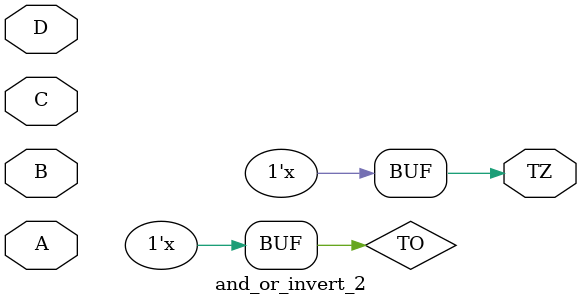
<source format=v>
module and_or_invert_2(
    input A,
    input B,
    input C,
    input D, 
    output reg TZ
    );
    reg TM, TN, TO;
    always @(A,B,C,D) begin
        TM <= A & B ;
        TN <= C & D;
        TO <= TM | TN;
        TZ <= ~TO;
    end
    
endmodule

</source>
